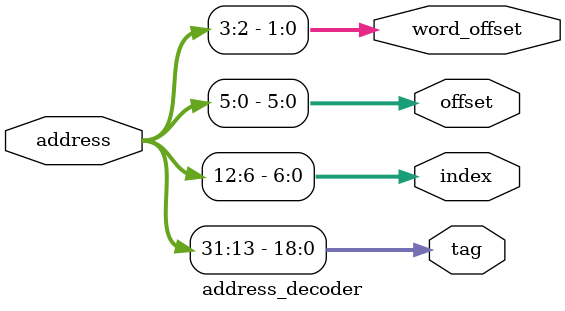
<source format=v>
module address_decoder (
    input wire [31:0] address,
    output wire [18:0] tag,
    output wire [6:0] index,
    output wire [5:0] offset,
    output wire [1:0] word_offset
);

    parameter TAG_BITS = 19;
    parameter INDEX_BITS = 7;
    parameter OFFSET_BITS = 6;

    assign tag = address[31:31-TAG_BITS+1];
    assign index = address[12:6];
    assign offset = address[5:0];
    assign word_offset = address[3:2];

endmodule
</source>
